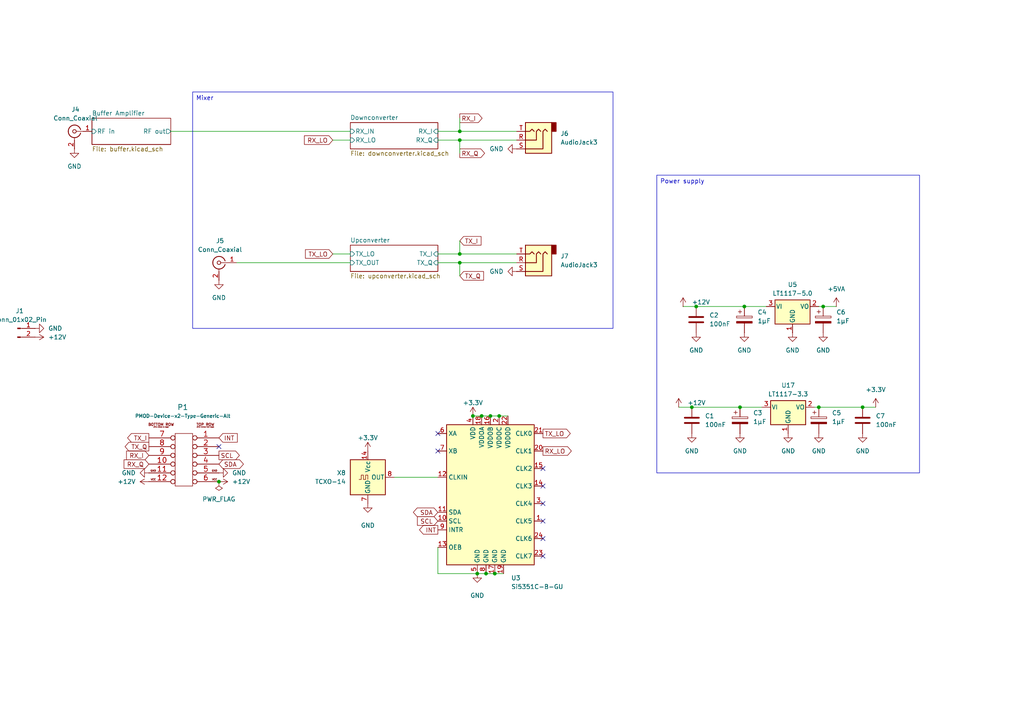
<source format=kicad_sch>
(kicad_sch (version 20231120) (generator "eeschema") (generator_version "8.0")
  (paper "A4")
  (lib_symbols
    (symbol "Connector:Conn_01x02_Pin" (pin_names (offset 1.016) hide)
      (property "Reference" "J" (at 0 2.54 0))
      (property "Value" "Conn_01x02_Pin" (at 0 -5.08 0))
      (symbol "Conn_01x02_Pin_1_1"
        (polyline (pts (xy 1.27 -2.54) (xy 0.8636 -2.54)) (stroke (width 0.1524)))
        (polyline (pts (xy 1.27 0) (xy 0.8636 0)) (stroke (width 0.1524)))
        (rectangle (start 0.8636 -2.413) (end 0 -2.667) (stroke (width 0.1524)) (fill (type outline)))
        (rectangle (start 0.8636 0.127) (end 0 -0.127) (stroke (width 0.1524)) (fill (type outline)))
        (pin passive line (at 5.08 0 180) (length 3.81) (name "Pin_1") (number "1"))
        (pin passive line (at 5.08 -2.54 180) (length 3.81) (name "Pin_2") (number "2"))
      )
    )
    (symbol "Connector:Conn_Coaxial" (pin_names (offset 1.016) hide)
      (property "Reference" "J" (at 0.254 3.048 0))
      (property "Value" "Conn_Coaxial" (at 2.921 0 90))
      (symbol "Conn_Coaxial_0_1"
        (arc (start -1.778 -0.508) (mid 0.2311 -1.8066) (end 1.778 0) (stroke (width 0.254)))
        (polyline (pts (xy -2.54 0) (xy -0.508 0)))
        (polyline (pts (xy 0 -2.54) (xy 0 -1.778)))
        (circle (center 0 0) (radius 0.508) (stroke (width 0.2032)))
        (arc (start 1.778 0) (mid 0.2099 1.8101) (end -1.778 0.508) (stroke (width 0.254)))
      )
      (symbol "Conn_Coaxial_1_1"
        (pin passive line (at -5.08 0 0) (length 2.54) (name "In") (number "1"))
        (pin passive line (at 0 -5.08 90) (length 2.54) (name "Ext") (number "2"))
      )
    )
    (symbol "Connector_Audio:AudioJack3"
      (property "Reference" "J" (at 0 8.89 0))
      (property "Value" "AudioJack3" (at 0 6.35 0))
      (symbol "AudioJack3_0_1"
        (rectangle (start -5.08 -5.08) (end -6.35 -2.54) (stroke (width 0.254)) (fill (type outline)))
        (polyline (pts (xy 0 -2.54) (xy 0.635 -3.175) (xy 1.27 -2.54) (xy 2.54 -2.54)) (stroke (width 0.254)))
        (polyline (pts (xy -1.905 -2.54) (xy -1.27 -3.175) (xy -0.635 -2.54) (xy -0.635 0) (xy 2.54 0)) (stroke (width 0.254)))
        (polyline (pts (xy 2.54 2.54) (xy -2.54 2.54) (xy -2.54 -2.54) (xy -3.175 -3.175) (xy -3.81 -2.54)) (stroke (width 0.254)))
        (rectangle (start 2.54 3.81) (end -5.08 -5.08) (stroke (width 0.254)) (fill (type background)))
      )
      (symbol "AudioJack3_1_1"
        (pin passive line (at 5.08 0 180) (length 2.54) (name "~") (number "R"))
        (pin passive line (at 5.08 2.54 180) (length 2.54) (name "~") (number "S"))
        (pin passive line (at 5.08 -2.54 180) (length 2.54) (name "~") (number "T"))
      )
    )
    (symbol "Device:C" (pin_numbers hide) (pin_names (offset 0.254))
      (property "Reference" "C" (at 0.635 2.54 0))
      (property "Value" "C" (at 0.635 -2.54 0))
      (symbol "C_0_1"
        (polyline (pts (xy -2.032 -0.762) (xy 2.032 -0.762)) (stroke (width 0.508)))
        (polyline (pts (xy -2.032 0.762) (xy 2.032 0.762)) (stroke (width 0.508)))
      )
      (symbol "C_1_1"
        (pin passive line (at 0 3.81 270) (length 2.794) (name "~") (number "1"))
        (pin passive line (at 0 -3.81 90) (length 2.794) (name "~") (number "2"))
      )
    )
    (symbol "Device:C_Polarized" (pin_numbers hide) (pin_names (offset 0.254))
      (property "Reference" "C" (at 0.635 2.54 0))
      (property "Value" "C_Polarized" (at 0.635 -2.54 0))
      (symbol "C_Polarized_0_1"
        (rectangle (start -2.286 0.508) (end 2.286 1.016))
        (polyline (pts (xy -1.778 2.286) (xy -0.762 2.286)))
        (polyline (pts (xy -1.27 2.794) (xy -1.27 1.778)))
        (rectangle (start 2.286 -0.508) (end -2.286 -1.016) (fill (type outline)))
      )
      (symbol "C_Polarized_1_1"
        (pin passive line (at 0 3.81 270) (length 2.794) (name "~") (number "1"))
        (pin passive line (at 0 -3.81 90) (length 2.794) (name "~") (number "2"))
      )
    )
    (symbol "Oscillator:TCXO-14" (pin_names (offset 0.254))
      (property "Reference" "X" (at -5.08 6.35 0))
      (property "Value" "TCXO-14" (at 1.27 -6.35 0))
      (symbol "TCXO-14_0_1"
        (rectangle (start -5.08 5.08) (end 5.08 -5.08) (stroke (width 0.254)) (fill (type background)))
        (polyline (pts (xy -2.54 -0.635) (xy -1.905 -0.635) (xy -1.905 0.635) (xy -1.27 0.635) (xy -1.27 -0.635) (xy -0.635 -0.635) (xy -0.635 0.635) (xy 0 0.635) (xy 0 -0.635)))
      )
      (symbol "TCXO-14_1_1"
        (pin no_connect line (at -5.08 2.54 0) (length 2.54) hide (name "NC") (number "1"))
        (pin power_in line (at 0 7.62 270) (length 2.54) (name "Vcc") (number "14"))
        (pin power_in line (at 0 -7.62 90) (length 2.54) (name "GND") (number "7"))
        (pin output line (at 7.62 0 180) (length 2.54) (name "OUT") (number "8"))
      )
    )
    (symbol "Regulator_Linear:LT1117-3.3" (pin_names (offset 0.254))
      (property "Reference" "U" (at -3.81 3.175 0))
      (property "Value" "LT1117-3.3" (at 0 3.175 0))
      (symbol "LT1117-3.3_0_1"
        (rectangle (start -5.08 -5.08) (end 5.08 1.905) (stroke (width 0.254)) (fill (type background)))
      )
      (symbol "LT1117-3.3_1_1"
        (pin power_in line (at 0 -7.62 90) (length 2.54) (name "GND") (number "1"))
        (pin power_out line (at 7.62 0 180) (length 2.54) (name "VO") (number "2"))
        (pin power_in line (at -7.62 0 0) (length 2.54) (name "VI") (number "3"))
      )
    )
    (symbol "Regulator_Linear:LT1117-5.0" (pin_names (offset 0.254))
      (property "Reference" "U" (at -3.81 3.175 0))
      (property "Value" "LT1117-5.0" (at 0 3.175 0))
      (symbol "LT1117-5.0_0_1"
        (rectangle (start -5.08 -5.08) (end 5.08 1.905) (stroke (width 0.254)) (fill (type background)))
      )
      (symbol "LT1117-5.0_1_1"
        (pin power_in line (at 0 -7.62 90) (length 2.54) (name "GND") (number "1"))
        (pin power_out line (at 7.62 0 180) (length 2.54) (name "VO") (number "2"))
        (pin power_in line (at -7.62 0 0) (length 2.54) (name "VI") (number "3"))
      )
    )
    (symbol "pico-sdx:Si5351C-B-GU"
      (property "Reference" "U" (at -1.6159 -24.13 0))
      (property "Value" "Si5351C-B-GU" (at 2.1941 -26.67 0))
      (symbol "Si5351C-B-GU_1_0"
        (pin power_in line (at 1.27 -22.86 90) (length 2.54) (name "GND") (number "17"))
        (pin power_in line (at 3.81 -22.86 90) (length 2.54) (name "GND") (number "19"))
        (pin power_in line (at -1.27 -22.86 90) (length 2.54) (name "GND") (number "8"))
      )
      (symbol "Si5351C-B-GU_1_1"
        (rectangle (start -12.7 20.32) (end 12.7 -20.32) (stroke (width 0.254)) (fill (type background)))
        (pin output line (at 15.24 -7.62 180) (length 2.54) (name "CLK5") (number "1"))
        (pin input line (at -15.24 -7.62 0) (length 2.54) (name "SCL") (number "10"))
        (pin bidirectional line (at -15.24 -5.08 0) (length 2.54) (name "SDA") (number "11"))
        (pin input line (at -15.24 5.08 0) (length 2.54) (name "CLKIN") (number "12"))
        (pin input line (at -15.24 -15.24 0) (length 2.54) (name "OEB") (number "13"))
        (pin output line (at 15.24 2.54 180) (length 2.54) (name "CLK3") (number "14"))
        (pin output line (at 15.24 7.62 180) (length 2.54) (name "CLK2") (number "15"))
        (pin power_in line (at 0 22.86 270) (length 2.54) (name "VDDOB") (number "16"))
        (pin power_in line (at -2.54 22.86 270) (length 2.54) (name "VDDOA") (number "18"))
        (pin power_in line (at 2.54 22.86 270) (length 2.54) (name "VDDOC") (number "2"))
        (pin output line (at 15.24 12.7 180) (length 2.54) (name "CLK1") (number "20"))
        (pin output line (at 15.24 17.78 180) (length 2.54) (name "CLK0") (number "21"))
        (pin power_in line (at 5.08 22.86 270) (length 2.54) (name "VDDOD") (number "22"))
        (pin output line (at 15.24 -17.78 180) (length 2.54) (name "CLK7") (number "23"))
        (pin output line (at 15.24 -12.7 180) (length 2.54) (name "CLK6") (number "24"))
        (pin output line (at 15.24 -2.54 180) (length 2.54) (name "CLK4") (number "3"))
        (pin power_in line (at -5.08 22.86 270) (length 2.54) (name "VDD") (number "4"))
        (pin power_in line (at -3.81 -22.86 90) (length 2.54) (name "GND") (number "5"))
        (pin input line (at -15.24 17.78 0) (length 2.54) (name "XA") (number "6"))
        (pin input line (at -15.24 12.7 0) (length 2.54) (name "XB") (number "7"))
        (pin output line (at -15.24 -10.16 0) (length 2.54) (name "INTR") (number "9"))
      )
    )
    (symbol "pmod:PMOD-Device-x2-Type-Generic-Alt" (pin_names (offset 1.016) hide)
      (property "Reference" "P" (at 2.54 16.51 0))
      (property "Value" "PMOD-Device-x2-Type-Generic-Alt" (at 2.286 -1.016 0))
      (symbol "PMOD-Device-x2-Type-Generic-Alt_0_0"
        (text "(Pins closest to edge)" (at -4.064 17.272 0) (effects (font (size 0.254 0.254)) (justify top)))
        (text "(Pins furthest from edge)" (at 8.763 17.272 0) (effects (font (size 0.254 0.254)) (justify top)))
        (text "BOTTOM ROW" (at -4.064 18.288 0) (effects (font (size 0.762 0.762)) (justify top)))
        (text "GND" (at -6.35 4.445 0) (effects (font (size 0.508 0.508))))
        (text "GND" (at 11.43 4.445 0) (effects (font (size 0.508 0.508))))
        (text "TOP ROW" (at 8.763 18.288 0) (effects (font (size 0.762 0.762)) (justify top)))
        (text "VCC" (at -6.35 1.905 0) (effects (font (size 0.508 0.508))))
        (text "VCC" (at 11.43 1.905 0) (effects (font (size 0.508 0.508))))
      )
      (symbol "PMOD-Device-x2-Type-Generic-Alt_0_1"
        (rectangle (start 5.08 15.24) (end 0 0))
      )
      (symbol "PMOD-Device-x2-Type-Generic-Alt_1_1"
        (pin passive inverted (at 12.7 13.97 180) (length 7.62) (name "P1") (number "1"))
        (pin passive inverted (at -7.62 6.35 0) (length 7.62) (name "P10") (number "10"))
        (pin passive inverted (at -7.62 3.81 0) (length 7.62) (name "P11") (number "11"))
        (pin passive inverted (at -7.62 1.27 0) (length 7.62) (name "P12") (number "12"))
        (pin passive inverted (at 12.7 11.43 180) (length 7.62) (name "P2") (number "2"))
        (pin passive inverted (at 12.7 8.89 180) (length 7.62) (name "P3") (number "3"))
        (pin passive inverted (at 12.7 6.35 180) (length 7.62) (name "P4") (number "4"))
        (pin passive inverted (at 12.7 3.81 180) (length 7.62) (name "P5") (number "5"))
        (pin passive inverted (at 12.7 1.27 180) (length 7.62) (name "P6") (number "6"))
        (pin passive inverted (at -7.62 13.97 0) (length 7.62) (name "P7") (number "7"))
        (pin passive inverted (at -7.62 11.43 0) (length 7.62) (name "P8") (number "8"))
        (pin passive inverted (at -7.62 8.89 0) (length 7.62) (name "P9") (number "9"))
      )
    )
    (symbol "power:+12V" (power) (pin_numbers hide) (pin_names (offset 0) hide)
      (property "Value" "+12V" (at 0 3.556 0))
      (symbol "+12V_0_1"
        (polyline (pts (xy -0.762 1.27) (xy 0 2.54)))
        (polyline (pts (xy 0 0) (xy 0 2.54)))
        (polyline (pts (xy 0 2.54) (xy 0.762 1.27)))
      )
      (symbol "+12V_1_1"
        (pin power_in line (at 0 0 90) (length 0) (name "~") (number "1"))
      )
    )
    (symbol "power:+3.3V" (power) (pin_numbers hide) (pin_names (offset 0) hide)
      (property "Value" "+3.3V" (at 0 3.556 0))
      (symbol "+3.3V_0_1"
        (polyline (pts (xy -0.762 1.27) (xy 0 2.54)))
        (polyline (pts (xy 0 0) (xy 0 2.54)))
        (polyline (pts (xy 0 2.54) (xy 0.762 1.27)))
      )
      (symbol "+3.3V_1_1"
        (pin power_in line (at 0 0 90) (length 0) (name "~") (number "1"))
      )
    )
    (symbol "power:+5VA" (power) (pin_numbers hide) (pin_names (offset 0) hide)
      (property "Value" "+5VA" (at 0 3.556 0))
      (symbol "+5VA_0_1"
        (polyline (pts (xy -0.762 1.27) (xy 0 2.54)))
        (polyline (pts (xy 0 0) (xy 0 2.54)))
        (polyline (pts (xy 0 2.54) (xy 0.762 1.27)))
      )
      (symbol "+5VA_1_1"
        (pin power_in line (at 0 0 90) (length 0) (name "~") (number "1"))
      )
    )
    (symbol "power:GND" (power) (pin_numbers hide) (pin_names (offset 0) hide)
      (property "Value" "GND" (at 0 -3.81 0))
      (symbol "GND_0_1"
        (polyline (pts (xy 0 0) (xy 0 -1.27) (xy 1.27 -1.27) (xy 0 -2.54) (xy -1.27 -1.27) (xy 0 -1.27)))
      )
      (symbol "GND_1_1"
        (pin power_in line (at 0 0 270) (length 0) (name "~") (number "1"))
      )
    )
    (symbol "power:PWR_FLAG" (power) (pin_numbers hide) (pin_names (offset 0) hide)
      (property "Value" "PWR_FLAG" (at 0 3.81 0))
      (symbol "PWR_FLAG_0_0"
        (pin power_out line (at 0 0 90) (length 0) (name "~") (number "1"))
      )
      (symbol "PWR_FLAG_0_1"
        (polyline (pts (xy 0 0) (xy 0 1.27) (xy -1.016 1.905) (xy 0 2.54) (xy 1.016 1.905) (xy 0 1.27)))
      )
    )
  )
  (junction (at 133.35 40.64))
  (junction (at 142.24 120.65))
  (junction (at 201.93 88.9))
  (junction (at 138.43 166.37))
  (junction (at 63.5 139.7))
  (junction (at 238.76 88.9))
  (junction (at 133.35 73.66))
  (junction (at 137.16 120.65))
  (junction (at 250.19 118.11))
  (junction (at 200.66 118.11))
  (junction (at 139.7 120.65))
  (junction (at 237.49 118.11))
  (junction (at 144.78 120.65))
  (junction (at 133.35 38.1))
  (junction (at 143.51 166.37))
  (junction (at 133.35 76.2))
  (junction (at 215.9 88.9))
  (junction (at 140.97 166.37))
  (junction (at 214.63 118.11))
  (no_connect (at 127 125.73))
  (no_connect (at 157.48 156.21))
  (no_connect (at 63.5 129.54))
  (no_connect (at 157.48 161.29))
  (no_connect (at 157.48 146.05))
  (no_connect (at 157.48 140.97))
  (no_connect (at 157.48 135.89))
  (no_connect (at 157.48 151.13))
  (no_connect (at 127 130.81))
  (wire (pts (xy 144.78 120.65) (xy 147.32 120.65)))
  (wire (pts (xy 96.52 40.64) (xy 101.6 40.64)))
  (wire (pts (xy 142.24 120.65) (xy 144.78 120.65)))
  (wire (pts (xy 137.16 120.65) (xy 139.7 120.65)))
  (wire (pts (xy 133.35 40.64) (xy 149.86 40.64)))
  (wire (pts (xy 127 158.75) (xy 127 166.37)))
  (wire (pts (xy 238.76 88.9) (xy 242.57 88.9)))
  (wire (pts (xy 214.63 118.11) (xy 220.98 118.11)))
  (wire (pts (xy 133.35 76.2) (xy 133.35 80.01)))
  (wire (pts (xy 127 73.66) (xy 133.35 73.66)))
  (wire (pts (xy 140.97 166.37) (xy 143.51 166.37)))
  (wire (pts (xy 49.53 38.1) (xy 101.6 38.1)))
  (wire (pts (xy 200.66 118.11) (xy 214.63 118.11)))
  (wire (pts (xy 133.35 38.1) (xy 149.86 38.1)))
  (wire (pts (xy 139.7 120.65) (xy 142.24 120.65)))
  (wire (pts (xy 201.93 88.9) (xy 215.9 88.9)))
  (wire (pts (xy 133.35 76.2) (xy 149.86 76.2)))
  (wire (pts (xy 114.3 138.43) (xy 127 138.43)))
  (wire (pts (xy 143.51 166.37) (xy 146.05 166.37)))
  (wire (pts (xy 133.35 34.29) (xy 133.35 38.1)))
  (wire (pts (xy 96.52 73.66) (xy 101.6 73.66)))
  (wire (pts (xy 198.12 88.9) (xy 201.93 88.9)))
  (wire (pts (xy 196.85 118.11) (xy 200.66 118.11)))
  (wire (pts (xy 133.35 40.64) (xy 133.35 44.45)))
  (wire (pts (xy 127 76.2) (xy 133.35 76.2)))
  (wire (pts (xy 215.9 88.9) (xy 222.25 88.9)))
  (wire (pts (xy 254 118.11) (xy 250.19 118.11)))
  (wire (pts (xy 237.49 118.11) (xy 236.22 118.11)))
  (wire (pts (xy 138.43 166.37) (xy 140.97 166.37)))
  (wire (pts (xy 127 166.37) (xy 138.43 166.37)))
  (wire (pts (xy 133.35 73.66) (xy 149.86 73.66)))
  (wire (pts (xy 127 38.1) (xy 133.35 38.1)))
  (wire (pts (xy 237.49 118.11) (xy 250.19 118.11)))
  (wire (pts (xy 238.76 88.9) (xy 237.49 88.9)))
  (wire (pts (xy 68.58 76.2) (xy 101.6 76.2)))
  (wire (pts (xy 127 40.64) (xy 133.35 40.64)))
  (wire (pts (xy 133.35 69.85) (xy 133.35 73.66)))
  (text_box "Mixer" (at 55.88 26.67 0) (size 121.92 68.58) (effects (font (size 1.27 1.27)) (justify left top)))
  (text_box "Power supply" (at 190.5 50.8 0) (size 76.2 86.36) (effects (font (size 1.27 1.27)) (justify left top)))
  (text_box "Wunschzettel\n============\n\n- Powerknopf\n- Modulaufsatz für:\n    - Filterumschalter\n    - PA\n    - ADC/DAC\n    - Akkupack\n    - Lautsprecher?\n- Nutzerinterface\n    - Display\n    - Rotary Encoder\n    - Mic / PTT\n- Wechselbarer Microcontroller? Welche?\n\nFragen\n======\n\n- Hat das Pico einen Spannungswandler von 5 V auf 3.3 V?\n- Welche Eingangsspannungen vertragen die 7805? Sollte ich andere nehmen?\n- Welche Anschlüsse kommen wo hin?" (at 135.89 -68.58 0) (size 81.28 49.53) (effects (font (size 1.27 1.27)) (justify left top)))
  (global_label "SCL" (shape input) (at 127 151.13 180) (property "Intersheetrefs" "${INTERSHEET_REFS}" (effects (hide yes))))
  (global_label "SCL" (shape output) (at 63.5 132.08 0) (property "Intersheetrefs" "${INTERSHEET_REFS}" (effects (hide yes))))
  (global_label "INT" (shape output) (at 127 153.67 180) (property "Intersheetrefs" "${INTERSHEET_REFS}" (effects (hide yes))))
  (global_label "TX_Q" (shape input) (at 133.35 80.01 0) (property "Intersheetrefs" "${INTERSHEET_REFS}" (effects (hide yes))))
  (global_label "TX_Q" (shape output) (at 43.18 129.54 180) (property "Intersheetrefs" "${INTERSHEET_REFS}" (effects (hide yes))))
  (global_label "RX_Q" (shape input) (at 43.18 134.62 180) (property "Intersheetrefs" "${INTERSHEET_REFS}" (effects (hide yes))))
  (global_label "INT" (shape input) (at 63.5 127 0) (property "Intersheetrefs" "${INTERSHEET_REFS}" (effects (hide yes))))
  (global_label "TX_LO" (shape input) (at 96.52 73.66 180) (property "Intersheetrefs" "${INTERSHEET_REFS}" (effects (hide yes))))
  (global_label "TX_I" (shape input) (at 133.35 69.85 0) (property "Intersheetrefs" "${INTERSHEET_REFS}" (effects (hide yes))))
  (global_label "SDA" (shape bidirectional) (at 127 148.59 180) (property "Intersheetrefs" "${INTERSHEET_REFS}" (effects (hide yes))))
  (global_label "RX_LO" (shape output) (at 157.48 130.81 0) (property "Intersheetrefs" "${INTERSHEET_REFS}" (effects (hide yes))))
  (global_label "RX_I" (shape input) (at 43.18 132.08 180) (property "Intersheetrefs" "${INTERSHEET_REFS}" (effects (hide yes))))
  (global_label "SDA" (shape bidirectional) (at 63.5 134.62 0) (property "Intersheetrefs" "${INTERSHEET_REFS}" (effects (hide yes))))
  (global_label "RX_Q" (shape output) (at 133.35 44.45 0) (property "Intersheetrefs" "${INTERSHEET_REFS}" (effects (hide yes))))
  (global_label "TX_LO" (shape output) (at 157.48 125.73 0) (property "Intersheetrefs" "${INTERSHEET_REFS}" (effects (hide yes))))
  (global_label "TX_I" (shape output) (at 43.18 127 180) (property "Intersheetrefs" "${INTERSHEET_REFS}" (effects (hide yes))))
  (global_label "RX_I" (shape output) (at 133.35 34.29 0) (property "Intersheetrefs" "${INTERSHEET_REFS}" (effects (hide yes))))
  (global_label "RX_LO" (shape input) (at 96.52 40.64 180) (property "Intersheetrefs" "${INTERSHEET_REFS}" (effects (hide yes))))
  (symbol (lib_id "power:GND") (at 228.6 125.73 0) (unit 1)
    (property "Reference" "#PWR024" (effects (hide yes)))
    (property "Value" "GND" (at 228.6 130.81 0))
    (property "Description" "Power symbol creates a global label with name \"GND\" , ground" (effects (hide yes)))
  )
  (symbol (lib_id "power:+3.3V") (at 254 118.11 0) (unit 1)
    (property "Reference" "#PWR030" (effects (hide yes)))
    (property "Value" "+3.3V" (at 254 113.03 0))
    (property "Description" "Power symbol creates a global label with name \"+3.3V\"" (effects (hide yes)))
  )
  (symbol (lib_id "power:GND") (at 237.49 125.73 0) (unit 1)
    (property "Reference" "#PWR026" (effects (hide yes)))
    (property "Value" "GND" (at 237.49 130.81 0))
    (property "Description" "Power symbol creates a global label with name \"GND\" , ground" (effects (hide yes)))
  )
  (symbol (lib_id "power:GND") (at 214.63 125.73 0) (unit 1)
    (property "Reference" "#PWR020" (effects (hide yes)))
    (property "Value" "GND" (at 214.63 130.81 0))
    (property "Description" "Power symbol creates a global label with name \"GND\" , ground" (effects (hide yes)))
  )
  (symbol (lib_id "power:+12V") (at 196.85 118.11 0) (unit 1)
    (property "Reference" "#PWR016" (effects (hide yes)))
    (property "Value" "+12V" (at 199.39 116.84 0) (effects (justify left)))
    (property "Description" "Power symbol creates a global label with name \"+12V\"" (effects (hide yes)))
  )
  (symbol (lib_id "Device:C_Polarized") (at 214.63 121.92 0) (unit 1)
    (property "Reference" "C3" (at 218.44 119.761 0) (effects (justify left)))
    (property "Value" "1µF" (at 218.44 122.301 0) (effects (justify left)))
    (property "Footprint" "Capacitor_Tantalum_SMD:CP_EIA-3216-18_Kemet-A" (effects (hide yes)))
    (property "Description" "Polarized capacitor" (effects (hide yes)))
  )
  (symbol (lib_id "power:PWR_FLAG") (at 63.5 139.7 180) (unit 1)
    (property "Reference" "#FLG02" (effects (hide yes)))
    (property "Value" "PWR_FLAG" (at 63.5 144.78 0))
    (property "Description" "Special symbol for telling ERC where power comes from" (effects (hide yes)))
  )
  (symbol (lib_id "power:+3.3V") (at 106.68 130.81 0) (unit 1)
    (property "Reference" "#PWR02" (effects (hide yes)))
    (property "Value" "+3.3V" (at 106.68 127 0))
    (property "Description" "Power symbol creates a global label with name \"+3.3V\"" (effects (hide yes)))
  )
  (symbol (lib_id "Device:C_Polarized") (at 215.9 92.71 0) (unit 1)
    (property "Reference" "C4" (at 219.71 90.551 0) (effects (justify left)))
    (property "Value" "1µF" (at 219.71 93.091 0) (effects (justify left)))
    (property "Footprint" "Capacitor_Tantalum_SMD:CP_EIA-3216-18_Kemet-A" (effects (hide yes)))
    (property "Description" "Polarized capacitor" (effects (hide yes)))
  )
  (symbol (lib_id "Device:C") (at 200.66 121.92 0) (unit 1)
    (property "Reference" "C1" (at 204.47 120.65 0) (effects (justify left)))
    (property "Value" "100nF" (at 204.47 123.19 0) (effects (justify left)))
    (property "Footprint" "Capacitor_SMD:C_0603_1608Metric" (effects (hide yes)))
    (property "Description" "Unpolarized capacitor" (effects (hide yes)))
  )
  (symbol (lib_id "pico-sdx:Si5351C-B-GU") (at 142.24 143.51 0) (unit 1)
    (property "Reference" "U3" (at 148.2441 167.64 0) (effects (justify left)))
    (property "Value" "Si5351C-B-GU" (at 148.2441 170.18 0) (effects (justify left)))
    (property "Footprint" "Package_SO:QSOP-24_3.9x8.7mm_P0.635mm" (effects (hide yes)))
    (property "Datasheet" "https://www.silabs.com/documents/public/data-sheets/Si5351-B.pdf" (effects (hide yes)))
    (property "Description" "I2C Programmable Any-Frequency CMOS Clock Generator, QSOP-24" (effects (hide yes)))
  )
  (symbol (lib_id "power:+12V") (at 198.12 88.9 0) (unit 1)
    (property "Reference" "#PWR017" (effects (hide yes)))
    (property "Value" "+12V" (at 200.66 87.63 0) (effects (justify left)))
    (property "Description" "Power symbol creates a global label with name \"+12V\"" (effects (hide yes)))
  )
  (symbol (lib_id "power:GND") (at 149.86 43.18 270) (unit 1)
    (property "Reference" "#PWR014" (effects (hide yes)))
    (property "Value" "GND" (at 146.05 43.18 90) (effects (justify right)))
    (property "Description" "Power symbol creates a global label with name \"GND\" , ground" (effects (hide yes)))
  )
  (symbol (lib_id "Device:C") (at 250.19 121.92 0) (unit 1)
    (property "Reference" "C7" (at 254 120.65 0) (effects (justify left)))
    (property "Value" "100nF" (at 254 123.19 0) (effects (justify left)))
    (property "Footprint" "Capacitor_SMD:C_0603_1608Metric" (effects (hide yes)))
    (property "Description" "Unpolarized capacitor" (effects (hide yes)))
  )
  (symbol (lib_id "power:GND") (at 201.93 96.52 0) (unit 1)
    (property "Reference" "#PWR019" (effects (hide yes)))
    (property "Value" "GND" (at 201.93 101.6 0))
    (property "Description" "Power symbol creates a global label with name \"GND\" , ground" (effects (hide yes)))
  )
  (symbol (lib_id "Connector:Conn_Coaxial") (at 63.5 76.2 0) (mirror y) (unit 1)
    (property "Reference" "J5" (at 63.8174 69.85 0))
    (property "Value" "Conn_Coaxial" (at 63.8174 72.39 0))
    (property "Footprint" "Connector_Coaxial:SMA_Amphenol_132291_Vertical" (effects (hide yes)))
    (property "Datasheet" " ~" (effects (hide yes)))
    (property "Description" "coaxial connector (BNC, SMA, SMB, SMC, Cinch/RCA, LEMO, ...)" (effects (hide yes)))
  )
  (symbol (lib_id "power:+12V") (at 63.5 139.7 270) (unit 1)
    (property "Reference" "#PWR05" (effects (hide yes)))
    (property "Value" "+12V" (at 67.31 139.7 90) (effects (justify left)))
    (property "Description" "Power symbol creates a global label with name \"+12V\"" (effects (hide yes)))
  )
  (symbol (lib_id "power:GND") (at 138.43 166.37 0) (unit 1)
    (property "Reference" "#PWR086" (effects (hide yes)))
    (property "Value" "GND" (at 138.43 172.72 0))
    (property "Description" "Power symbol creates a global label with name \"GND\" , ground" (effects (hide yes)))
  )
  (symbol (lib_id "power:GND") (at 43.18 137.16 270) (unit 1)
    (property "Reference" "#PWR04" (effects (hide yes)))
    (property "Value" "GND" (at 39.37 137.1599 90) (effects (justify right)))
    (property "Description" "Power symbol creates a global label with name \"GND\" , ground" (effects (hide yes)))
  )
  (symbol (lib_id "power:+12V") (at 43.18 139.7 90) (unit 1)
    (property "Reference" "#PWR06" (effects (hide yes)))
    (property "Value" "+12V" (at 39.37 139.6999 90) (effects (justify left)))
    (property "Description" "Power symbol creates a global label with name \"+12V\"" (effects (hide yes)))
  )
  (symbol (lib_id "power:GND") (at 238.76 96.52 0) (unit 1)
    (property "Reference" "#PWR027" (effects (hide yes)))
    (property "Value" "GND" (at 238.76 101.6 0))
    (property "Description" "Power symbol creates a global label with name \"GND\" , ground" (effects (hide yes)))
  )
  (symbol (lib_id "Device:C_Polarized") (at 237.49 121.92 0) (unit 1)
    (property "Reference" "C5" (at 241.3 119.761 0) (effects (justify left)))
    (property "Value" "1µF" (at 241.3 122.301 0) (effects (justify left)))
    (property "Footprint" "Capacitor_Tantalum_SMD:CP_EIA-3216-18_Kemet-A" (effects (hide yes)))
    (property "Description" "Polarized capacitor" (effects (hide yes)))
  )
  (symbol (lib_id "pmod:PMOD-Device-x2-Type-Generic-Alt") (at 50.8 140.97 0) (unit 1)
    (property "Reference" "P1" (at 53.0083 118.11 0) (effects (font (size 1.524 1.524))))
    (property "Value" "PMOD-Device-x2-Type-Generic-Alt" (at 53.0083 120.65 0) (effects (font (size 0.9906 0.9906))))
    (property "Footprint" "pmod-conn_6x2:pmod_pin_array_6x2" (effects (hide yes)))
  )
  (symbol (lib_id "power:GND") (at 229.87 96.52 0) (unit 1)
    (property "Reference" "#PWR025" (effects (hide yes)))
    (property "Value" "GND" (at 229.87 101.6 0))
    (property "Description" "Power symbol creates a global label with name \"GND\" , ground" (effects (hide yes)))
  )
  (symbol (lib_id "power:+3.3V") (at 137.16 120.65 0) (unit 1)
    (property "Reference" "#PWR087" (effects (hide yes)))
    (property "Value" "+3.3V" (at 137.16 116.84 0))
    (property "Description" "Power symbol creates a global label with name \"+3.3V\"" (effects (hide yes)))
  )
  (symbol (lib_id "power:GND") (at 63.5 137.16 90) (unit 1)
    (property "Reference" "#PWR03" (effects (hide yes)))
    (property "Value" "GND" (at 67.31 137.1599 90) (effects (justify right)))
    (property "Description" "Power symbol creates a global label with name \"GND\" , ground" (effects (hide yes)))
  )
  (symbol (lib_id "power:GND") (at 215.9 96.52 0) (unit 1)
    (property "Reference" "#PWR021" (effects (hide yes)))
    (property "Value" "GND" (at 215.9 101.6 0))
    (property "Description" "Power symbol creates a global label with name \"GND\" , ground" (effects (hide yes)))
  )
  (symbol (lib_id "Device:C") (at 201.93 92.71 0) (unit 1)
    (property "Reference" "C2" (at 205.74 91.44 0) (effects (justify left)))
    (property "Value" "100nF" (at 205.74 93.98 0) (effects (justify left)))
    (property "Footprint" "Capacitor_SMD:C_0603_1608Metric" (effects (hide yes)))
    (property "Description" "Unpolarized capacitor" (effects (hide yes)))
  )
  (symbol (lib_id "Regulator_Linear:LT1117-3.3") (at 228.6 118.11 0) (unit 1)
    (property "Reference" "U17" (at 228.6 111.76 0))
    (property "Value" "LT1117-3.3" (at 228.6 114.3 0))
    (property "Footprint" "Package_TO_SOT_SMD:SOT-223-3_TabPin2" (effects (hide yes)))
    (property "Datasheet" "https://www.analog.com/media/en/technical-documentation/data-sheets/1117fd.pdf" (effects (hide yes)))
    (property "Description" "800mA Low-Dropout Linear Regulator, 3.3V fixed output, SOT-223/TO-263" (effects (hide yes)))
  )
  (symbol (lib_id "power:+5VA") (at 242.57 88.9 0) (unit 1)
    (property "Reference" "#PWR028" (effects (hide yes)))
    (property "Value" "+5VA" (at 242.57 83.82 0))
    (property "Description" "Power symbol creates a global label with name \"+5VA\"" (effects (hide yes)))
  )
  (symbol (lib_id "power:GND") (at 149.86 78.74 270) (unit 1)
    (property "Reference" "#PWR015" (effects (hide yes)))
    (property "Value" "GND" (at 146.05 78.74 90) (effects (justify right)))
    (property "Description" "Power symbol creates a global label with name \"GND\" , ground" (effects (hide yes)))
  )
  (symbol (lib_id "power:+12V") (at 10.16 97.79 270) (unit 1)
    (property "Reference" "#PWR08" (effects (hide yes)))
    (property "Value" "+12V" (at 13.97 97.79 90) (effects (justify left)))
    (property "Description" "Power symbol creates a global label with name \"+12V\"" (effects (hide yes)))
  )
  (symbol (lib_id "power:GND") (at 63.5 81.28 0) (unit 1)
    (property "Reference" "#PWR09" (effects (hide yes)))
    (property "Value" "GND" (at 63.5 86.36 0))
    (property "Description" "Power symbol creates a global label with name \"GND\" , ground" (effects (hide yes)))
  )
  (symbol (lib_id "Device:C_Polarized") (at 238.76 92.71 0) (unit 1)
    (property "Reference" "C6" (at 242.57 90.551 0) (effects (justify left)))
    (property "Value" "1µF" (at 242.57 93.091 0) (effects (justify left)))
    (property "Footprint" "Capacitor_Tantalum_SMD:CP_EIA-3216-18_Kemet-A" (effects (hide yes)))
    (property "Description" "Polarized capacitor" (effects (hide yes)))
  )
  (symbol (lib_id "power:GND") (at 10.16 95.25 90) (unit 1)
    (property "Reference" "#PWR07" (effects (hide yes)))
    (property "Value" "GND" (at 13.97 95.2499 90) (effects (justify right)))
    (property "Description" "Power symbol creates a global label with name \"GND\" , ground" (effects (hide yes)))
  )
  (symbol (lib_id "Connector_Audio:AudioJack3") (at 154.94 40.64 180) (unit 1)
    (property "Reference" "J6" (at 162.56 38.735 0) (effects (justify right)))
    (property "Value" "AudioJack3" (at 162.56 41.275 0) (effects (justify right)))
    (property "Footprint" "Connector_Audio:Jack_3.5mm_CUI_SJ1-3533NG_Horizontal" (effects (hide yes)))
    (property "Description" "Audio Jack, 3 Poles (Stereo / TRS)" (effects (hide yes)))
  )
  (symbol (lib_id "Connector:Conn_01x02_Pin") (at 5.08 95.25 0) (unit 1)
    (property "Reference" "J1" (at 5.715 90.17 0))
    (property "Value" "Conn_01x02_Pin" (at 5.715 92.71 0))
    (property "Footprint" "Connector_JST:JST_VH_S2P-VH_1x02_P3.96mm_Horizontal" (effects (hide yes)))
    (property "Description" "Generic connector, single row, 01x02, script generated" (effects (hide yes)))
  )
  (symbol (lib_id "power:GND") (at 106.68 146.05 0) (unit 1)
    (property "Reference" "#PWR088" (effects (hide yes)))
    (property "Value" "GND" (at 106.68 152.4 0))
    (property "Description" "Power symbol creates a global label with name \"GND\" , ground" (effects (hide yes)))
  )
  (symbol (lib_id "Oscillator:TCXO-14") (at 106.68 138.43 0) (unit 1)
    (property "Reference" "X8" (at 100.33 137.1599 0) (effects (justify right)))
    (property "Value" "TCXO-14" (at 100.33 139.6999 0) (effects (justify right)))
    (property "Footprint" "Oscillator:Oscillator_DIP-14" (effects (hide yes)))
    (property "Datasheet" "http://www.golledge.com/pdf/products/tcxos/gtxos14.pdf" (effects (hide yes)))
    (property "Description" "Temperature Compensated Crystal Clock Oscillator, DIP14-style metal package" (effects (hide yes)))
  )
  (symbol (lib_id "power:GND") (at 250.19 125.73 0) (unit 1)
    (property "Reference" "#PWR029" (effects (hide yes)))
    (property "Value" "GND" (at 250.19 130.81 0))
    (property "Description" "Power symbol creates a global label with name \"GND\" , ground" (effects (hide yes)))
  )
  (symbol (lib_id "power:GND") (at 21.59 43.18 0) (unit 1)
    (property "Reference" "#PWR01" (effects (hide yes)))
    (property "Value" "GND" (at 21.59 48.26 0))
    (property "Description" "Power symbol creates a global label with name \"GND\" , ground" (effects (hide yes)))
  )
  (symbol (lib_id "Connector:Conn_Coaxial") (at 21.59 38.1 0) (mirror y) (unit 1)
    (property "Reference" "J4" (at 21.9074 31.75 0))
    (property "Value" "Conn_Coaxial" (at 21.9074 34.29 0))
    (property "Footprint" "Connector_Coaxial:SMA_Amphenol_132291_Vertical" (effects (hide yes)))
    (property "Datasheet" " ~" (effects (hide yes)))
    (property "Description" "coaxial connector (BNC, SMA, SMB, SMC, Cinch/RCA, LEMO, ...)" (effects (hide yes)))
  )
  (symbol (lib_id "power:GND") (at 200.66 125.73 0) (unit 1)
    (property "Reference" "#PWR018" (effects (hide yes)))
    (property "Value" "GND" (at 200.66 130.81 0))
    (property "Description" "Power symbol creates a global label with name \"GND\" , ground" (effects (hide yes)))
  )
  (symbol (lib_id "Connector_Audio:AudioJack3") (at 154.94 76.2 180) (unit 1)
    (property "Reference" "J7" (at 162.56 74.295 0) (effects (justify right)))
    (property "Value" "AudioJack3" (at 162.56 76.835 0) (effects (justify right)))
    (property "Footprint" "Connector_Audio:Jack_3.5mm_CUI_SJ1-3533NG_Horizontal" (effects (hide yes)))
    (property "Description" "Audio Jack, 3 Poles (Stereo / TRS)" (effects (hide yes)))
  )
  (symbol (lib_id "Regulator_Linear:LT1117-5.0") (at 229.87 88.9 0) (unit 1)
    (property "Reference" "U5" (at 229.87 82.55 0))
    (property "Value" "LT1117-5.0" (at 229.87 85.09 0))
    (property "Footprint" "Package_TO_SOT_SMD:SOT-223-3_TabPin2" (effects (hide yes)))
    (property "Datasheet" "https://www.analog.com/media/en/technical-documentation/data-sheets/1117fd.pdf" (effects (hide yes)))
    (property "Description" "800mA Low-Dropout Linear Regulator, 5.0V fixed output, SOT-223/TO-263" (effects (hide yes)))
  )
  (sheet (at 101.6 71.12) (size 25.4 7.62) (stroke (width 0.1524))
    (property "Sheetname" "Upconverter" (at 101.6 70.4084 0) (effects (justify left bottom)))
    (property "Sheetfile" "upconverter.kicad_sch" (at 101.6 79.3246 0) (effects (justify left top)))
    (pin "TX_I" input (at 127 73.66 0))
    (pin "TX_Q" input (at 127 76.2 0))
    (pin "TX_LO" input (at 101.6 73.66 180))
    (pin "TX_OUT" input (at 101.6 76.2 180))
  )
  (sheet (at 26.67 34.29) (size 22.86 7.62) (stroke (width 0.1524))
    (property "Sheetname" "Buffer Amplifier" (at 26.67 33.5784 0) (effects (justify left bottom)))
    (property "Sheetfile" "buffer.kicad_sch" (at 26.67 42.4946 0) (effects (justify left top)))
    (pin "RF in" input (at 26.67 38.1 180))
    (pin "RF out" output (at 49.53 38.1 0))
  )
  (sheet (at 101.6 35.56) (size 25.4 7.62) (stroke (width 0.1524))
    (property "Sheetname" "Downconverter" (at 101.6 34.8484 0) (effects (justify left bottom)))
    (property "Sheetfile" "downconverter.kicad_sch" (at 101.6 43.7646 0) (effects (justify left top)))
    (pin "RX_Q" input (at 127 40.64 0))
    (pin "RX_LO" input (at 101.6 40.64 180))
    (pin "RX_I" input (at 127 38.1 0))
    (pin "RX_IN" input (at 101.6 38.1 180))
  )
)
</source>
